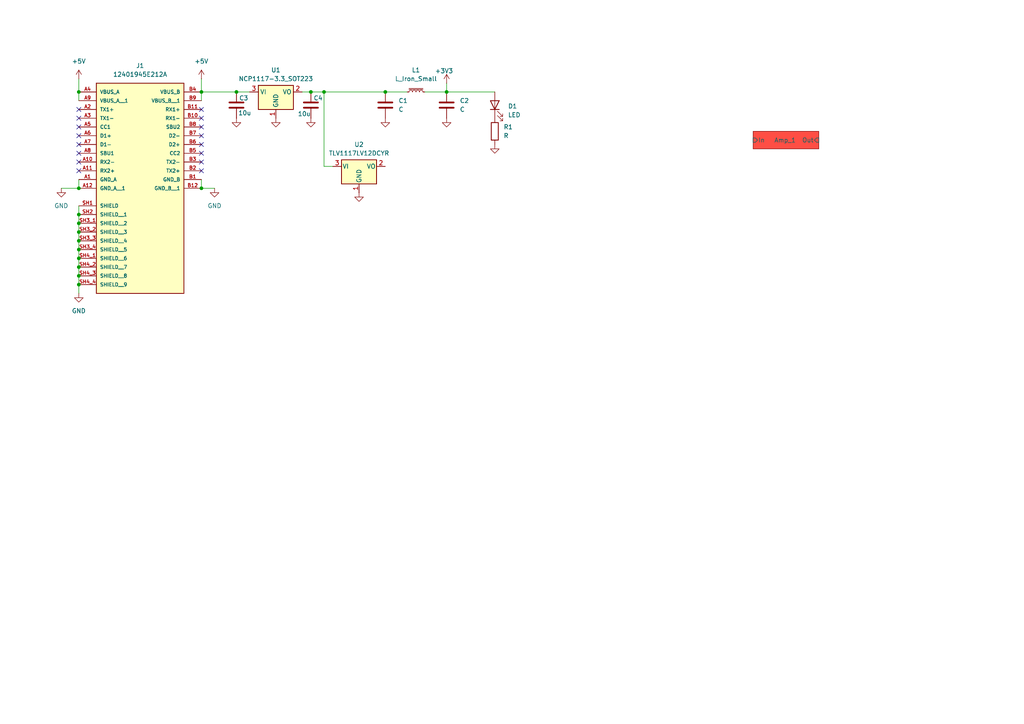
<source format=kicad_sch>
(kicad_sch (version 20250114) (generator "eeschema") (generator_version "9.0")
  (paper "A4")
  (title_block (title "Demo board BGA2803") (date "2025-03-27") (rev "0"))
  (lib_symbols
    (symbol "0_USB-C:12401945E212A" (pin_names (offset 1.016))
      (property "Reference" "J" (at -12.7 16.002 0))
      (property "Value" "12401945E212A" (at -12.7 -48.26 0))
      (symbol "12401945E212A_0_0"
        (rectangle (start -12.7 -45.72) (end 12.7 15.24) (stroke (width 0.254)) (fill (type background)))
        (pin power_in line (at -17.78 12.7 0) (length 5.08) (name "VBUS_A") (number "A4"))
        (pin power_in line (at -17.78 10.16 0) (length 5.08) (name "VBUS_A__1") (number "A9"))
        (pin bidirectional line (at -17.78 7.62 0) (length 5.08) (name "TX1+") (number "A2"))
        (pin bidirectional line (at -17.78 5.08 0) (length 5.08) (name "TX1-") (number "A3"))
        (pin bidirectional line (at -17.78 2.54 0) (length 5.08) (name "CC1") (number "A5"))
        (pin bidirectional line (at -17.78 0 0) (length 5.08) (name "D1+") (number "A6"))
        (pin bidirectional line (at -17.78 -2.54 0) (length 5.08) (name "D1-") (number "A7"))
        (pin bidirectional line (at -17.78 -5.08 0) (length 5.08) (name "SBU1") (number "A8"))
        (pin bidirectional line (at -17.78 -7.62 0) (length 5.08) (name "RX2-") (number "A10"))
        (pin bidirectional line (at -17.78 -10.16 0) (length 5.08) (name "RX2+") (number "A11"))
        (pin power_in line (at -17.78 -12.7 0) (length 5.08) (name "GND_A") (number "A1"))
        (pin power_in line (at -17.78 -15.24 0) (length 5.08) (name "GND_A__1") (number "A12"))
        (pin passive line (at -17.78 -20.32 0) (length 5.08) (name "SHIELD") (number "SH1"))
        (pin passive line (at -17.78 -22.86 0) (length 5.08) (name "SHIELD__1") (number "SH2"))
        (pin passive line (at -17.78 -25.4 0) (length 5.08) (name "SHIELD__2") (number "SH3_1"))
        (pin passive line (at -17.78 -27.94 0) (length 5.08) (name "SHIELD__3") (number "SH3_2"))
        (pin passive line (at -17.78 -30.48 0) (length 5.08) (name "SHIELD__4") (number "SH3_3"))
        (pin passive line (at -17.78 -33.02 0) (length 5.08) (name "SHIELD__5") (number "SH3_4"))
        (pin passive line (at -17.78 -35.56 0) (length 5.08) (name "SHIELD__6") (number "SH4_1"))
        (pin passive line (at -17.78 -38.1 0) (length 5.08) (name "SHIELD__7") (number "SH4_2"))
        (pin passive line (at -17.78 -40.64 0) (length 5.08) (name "SHIELD__8") (number "SH4_3"))
        (pin passive line (at -17.78 -43.18 0) (length 5.08) (name "SHIELD__9") (number "SH4_4"))
        (pin power_in line (at 17.78 12.7 180) (length 5.08) (name "VBUS_B") (number "B4"))
        (pin power_in line (at 17.78 10.16 180) (length 5.08) (name "VBUS_B__1") (number "B9"))
        (pin bidirectional line (at 17.78 7.62 180) (length 5.08) (name "RX1+") (number "B11"))
        (pin bidirectional line (at 17.78 5.08 180) (length 5.08) (name "RX1-") (number "B10"))
        (pin bidirectional line (at 17.78 2.54 180) (length 5.08) (name "SBU2") (number "B8"))
        (pin bidirectional line (at 17.78 0 180) (length 5.08) (name "D2-") (number "B7"))
        (pin bidirectional line (at 17.78 -2.54 180) (length 5.08) (name "D2+") (number "B6"))
        (pin bidirectional line (at 17.78 -5.08 180) (length 5.08) (name "CC2") (number "B5"))
        (pin bidirectional line (at 17.78 -7.62 180) (length 5.08) (name "TX2-") (number "B3"))
        (pin bidirectional line (at 17.78 -10.16 180) (length 5.08) (name "TX2+") (number "B2"))
        (pin power_in line (at 17.78 -12.7 180) (length 5.08) (name "GND_B") (number "B1"))
        (pin power_in line (at 17.78 -15.24 180) (length 5.08) (name "GND_B__1") (number "B12"))
      )
    )
    (symbol "Device:C" (pin_numbers (hide yes)) (pin_names (offset 0.254))
      (property "Reference" "C" (at 0.635 2.54 0))
      (property "Value" "C" (at 0.635 -2.54 0))
      (symbol "C_0_1"
        (polyline (pts (xy -2.032 0.762) (xy 2.032 0.762)) (stroke (width 0.508)))
        (polyline (pts (xy -2.032 -0.762) (xy 2.032 -0.762)) (stroke (width 0.508)))
      )
      (symbol "C_1_1"
        (pin passive line (at 0 3.81 270) (length 2.794) (name "~") (number "1"))
        (pin passive line (at 0 -3.81 90) (length 2.794) (name "~") (number "2"))
      )
    )
    (symbol "Device:LED" (pin_numbers (hide yes)) (pin_names (offset 1.016) (hide yes))
      (property "Reference" "D" (at 0 2.54 0))
      (property "Value" "LED" (at 0 -2.54 0))
      (symbol "LED_0_1"
        (polyline (pts (xy -3.048 -0.762) (xy -4.572 -2.286) (xy -3.81 -2.286) (xy -4.572 -2.286) (xy -4.572 -1.524)))
        (polyline (pts (xy -1.778 -0.762) (xy -3.302 -2.286) (xy -2.54 -2.286) (xy -3.302 -2.286) (xy -3.302 -1.524)))
        (polyline (pts (xy -1.27 0) (xy 1.27 0)))
        (polyline (pts (xy -1.27 -1.27) (xy -1.27 1.27)) (stroke (width 0.254)))
        (polyline (pts (xy 1.27 -1.27) (xy 1.27 1.27) (xy -1.27 0) (xy 1.27 -1.27)) (stroke (width 0.254)))
      )
      (symbol "LED_1_1"
        (pin passive line (at -3.81 0 0) (length 2.54) (name "K") (number "1"))
        (pin passive line (at 3.81 0 180) (length 2.54) (name "A") (number "2"))
      )
    )
    (symbol "Device:L_Iron_Small" (pin_numbers (hide yes)) (pin_names (offset 0.254) (hide yes))
      (property "Reference" "L" (at 1.27 1.016 0))
      (property "Value" "L_Iron_Small" (at 1.27 -1.27 0))
      (symbol "L_Iron_Small_0_1"
        (arc (start 0 2.032) (mid 0.5058 1.524) (end 0 1.016))
        (arc (start 0 1.016) (mid 0.5058 0.508) (end 0 0))
        (arc (start 0 0) (mid 0.5058 -0.508) (end 0 -1.016))
        (arc (start 0 -1.016) (mid 0.5058 -1.524) (end 0 -2.032))
        (polyline (pts (xy 0.762 2.032) (xy 0.762 -2.032)))
        (polyline (pts (xy 1.016 -2.032) (xy 1.016 2.032)))
      )
      (symbol "L_Iron_Small_1_1"
        (pin passive line (at 0 2.54 270) (length 0.508) (name "~") (number "1"))
        (pin passive line (at 0 -2.54 90) (length 0.508) (name "~") (number "2"))
      )
    )
    (symbol "Device:R" (pin_numbers (hide yes)) (pin_names (offset 0))
      (property "Reference" "R" (at 2.032 0 90))
      (property "Value" "R" (at 0 0 90))
      (symbol "R_0_1"
        (rectangle (start -1.016 -2.54) (end 1.016 2.54) (stroke (width 0.254)))
      )
      (symbol "R_1_1"
        (pin passive line (at 0 3.81 270) (length 1.27) (name "~") (number "1"))
        (pin passive line (at 0 -3.81 90) (length 1.27) (name "~") (number "2"))
      )
    )
    (symbol "Regulator_Linear:NCP1117-3.3_SOT223"
      (property "Reference" "U" (at -3.81 3.175 0))
      (property "Value" "NCP1117-3.3_SOT223" (at 0 3.175 0))
      (symbol "NCP1117-3.3_SOT223_0_1"
        (rectangle (start -5.08 -5.08) (end 5.08 1.905) (stroke (width 0.254)) (fill (type background)))
      )
      (symbol "NCP1117-3.3_SOT223_1_1"
        (pin power_in line (at -7.62 0 0) (length 2.54) (name "VI") (number "3"))
        (pin power_in line (at 0 -7.62 90) (length 2.54) (name "GND") (number "1"))
        (pin power_out line (at 7.62 0 180) (length 2.54) (name "VO") (number "2"))
      )
    )
    (symbol "Regulator_Linear:TLV1117-15" (pin_names (offset 0.254))
      (property "Reference" "U" (at -3.81 3.175 0))
      (property "Value" "TLV1117-15" (at 0 3.175 0))
      (symbol "TLV1117-15_0_1"
        (rectangle (start -5.08 -5.08) (end 5.08 1.905) (stroke (width 0.254)) (fill (type background)))
      )
      (symbol "TLV1117-15_1_1"
        (pin power_in line (at -7.62 0 0) (length 2.54) (name "VI") (number "3"))
        (pin power_in line (at 0 -7.62 90) (length 2.54) (name "GND") (number "1"))
        (pin power_out line (at 7.62 0 180) (length 2.54) (name "VO") (number "2"))
      )
    )
    (symbol "power:+3V3" (power) (pin_numbers (hide yes)) (pin_names (offset 0) (hide yes))
      (property "Value" "+3V3" (at 0 3.556 0))
      (symbol "+3V3_0_1"
        (polyline (pts (xy -0.762 1.27) (xy 0 2.54)))
        (polyline (pts (xy 0 2.54) (xy 0.762 1.27)))
        (polyline (pts (xy 0 0) (xy 0 2.54)))
      )
      (symbol "+3V3_1_1"
        (pin power_in line (at 0 0 90) (length 0) (name "~") (number "1"))
      )
    )
    (symbol "power:+5V" (power) (pin_numbers (hide yes)) (pin_names (offset 0) (hide yes))
      (property "Value" "+5V" (at 0 3.556 0))
      (symbol "+5V_0_1"
        (polyline (pts (xy -0.762 1.27) (xy 0 2.54)))
        (polyline (pts (xy 0 2.54) (xy 0.762 1.27)))
        (polyline (pts (xy 0 0) (xy 0 2.54)))
      )
      (symbol "+5V_1_1"
        (pin power_in line (at 0 0 90) (length 0) (name "~") (number "1"))
      )
    )
    (symbol "power:GND" (power) (pin_numbers (hide yes)) (pin_names (offset 0) (hide yes))
      (property "Value" "GND" (at 0 -3.81 0))
      (symbol "GND_0_1"
        (polyline (pts (xy 0 0) (xy 0 -1.27) (xy 1.27 -1.27) (xy 0 -2.54) (xy -1.27 -1.27) (xy 0 -1.27)))
      )
      (symbol "GND_1_1"
        (pin power_in line (at 0 0 270) (length 0) (name "~") (number "1"))
      )
    )
  )
  (junction (at 22.86 26.67))
  (junction (at 93.98 26.67))
  (junction (at 22.86 72.39))
  (junction (at 58.42 54.61))
  (junction (at 22.86 67.31))
  (junction (at 22.86 64.77))
  (junction (at 22.86 54.61))
  (junction (at 22.86 74.93))
  (junction (at 68.58 26.67))
  (junction (at 22.86 80.01))
  (junction (at 58.42 26.67))
  (junction (at 22.86 62.23))
  (junction (at 22.86 69.85))
  (junction (at 111.76 26.67))
  (junction (at 22.86 82.55))
  (junction (at 90.17 26.67))
  (junction (at 129.54 26.67))
  (junction (at 22.86 77.47))
  (no_connect (at 22.86 36.83))
  (no_connect (at 58.42 41.91))
  (no_connect (at 58.42 34.29))
  (no_connect (at 22.86 46.99))
  (no_connect (at 58.42 44.45))
  (no_connect (at 22.86 41.91))
  (no_connect (at 58.42 39.37))
  (no_connect (at 58.42 49.53))
  (no_connect (at 58.42 46.99))
  (no_connect (at 58.42 36.83))
  (no_connect (at 58.42 31.75))
  (no_connect (at 22.86 44.45))
  (no_connect (at 22.86 34.29))
  (no_connect (at 22.86 49.53))
  (no_connect (at 22.86 39.37))
  (no_connect (at 22.86 31.75))
  (wire (pts (xy 58.42 26.67) (xy 58.42 29.21)))
  (wire (pts (xy 68.58 26.67) (xy 72.39 26.67)))
  (wire (pts (xy 17.78 54.61) (xy 22.86 54.61)))
  (wire (pts (xy 93.98 48.26) (xy 93.98 26.67)))
  (wire (pts (xy 22.86 67.31) (xy 22.86 69.85)))
  (wire (pts (xy 22.86 52.07) (xy 22.86 54.61)))
  (wire (pts (xy 22.86 22.86) (xy 22.86 26.67)))
  (wire (pts (xy 22.86 62.23) (xy 22.86 64.77)))
  (wire (pts (xy 22.86 72.39) (xy 22.86 74.93)))
  (wire (pts (xy 22.86 82.55) (xy 22.86 85.09)))
  (wire (pts (xy 58.42 52.07) (xy 58.42 54.61)))
  (wire (pts (xy 90.17 26.67) (xy 93.98 26.67)))
  (wire (pts (xy 22.86 80.01) (xy 22.86 82.55)))
  (wire (pts (xy 111.76 26.67) (xy 118.11 26.67)))
  (wire (pts (xy 22.86 26.67) (xy 22.86 29.21)))
  (wire (pts (xy 129.54 26.67) (xy 129.54 24.13)))
  (wire (pts (xy 22.86 59.69) (xy 22.86 62.23)))
  (wire (pts (xy 58.42 54.61) (xy 62.23 54.61)))
  (wire (pts (xy 123.19 26.67) (xy 129.54 26.67)))
  (wire (pts (xy 22.86 64.77) (xy 22.86 67.31)))
  (wire (pts (xy 58.42 22.86) (xy 58.42 26.67)))
  (wire (pts (xy 22.86 77.47) (xy 22.86 80.01)))
  (wire (pts (xy 58.42 26.67) (xy 68.58 26.67)))
  (wire (pts (xy 96.52 48.26) (xy 93.98 48.26)))
  (wire (pts (xy 93.98 26.67) (xy 111.76 26.67)))
  (wire (pts (xy 87.63 26.67) (xy 90.17 26.67)))
  (wire (pts (xy 129.54 26.67) (xy 143.51 26.67)))
  (wire (pts (xy 22.86 69.85) (xy 22.86 72.39)))
  (wire (pts (xy 22.86 74.93) (xy 22.86 77.47)))
  (symbol (lib_id "power:GND") (at 111.76 34.29 0) (unit 1)
    (property "Reference" "#PWR06" (effects (hide yes)))
    (property "Value" "GND" (effects (hide yes)))
    (property "Description" "Power symbol creates a global label with name \"GND\" , ground" (effects (hide yes)))
  )
  (symbol (lib_id "power:GND") (at 129.54 34.29 0) (unit 1)
    (property "Reference" "#PWR07" (effects (hide yes)))
    (property "Value" "GND" (effects (hide yes)))
    (property "Description" "Power symbol creates a global label with name \"GND\" , ground" (effects (hide yes)))
  )
  (symbol (lib_id "Regulator_Linear:NCP1117-3.3_SOT223") (at 80.01 26.67 0) (unit 1)
    (property "Reference" "U1" (at 80.01 20.32 0))
    (property "Value" "NCP1117-3.3_SOT223" (at 80.01 22.86 0))
    (property "Footprint" "Package_TO_SOT_SMD:SOT-223-3_TabPin2" (effects (hide yes)))
    (property "Datasheet" "http://www.onsemi.com/pub_link/Collateral/NCP1117-D.PDF" (effects (hide yes)))
    (property "Description" "1A Low drop-out regulator, Fixed Output 3.3V, SOT-223" (effects (hide yes)))
  )
  (symbol (lib_id "power:+5V") (at 22.86 22.86 0) (unit 1)
    (property "Reference" "#PWR01" (effects (hide yes)))
    (property "Value" "+5V" (at 22.86 17.78 0))
    (property "Description" "Power symbol creates a global label with name \"+5V\"" (effects (hide yes)))
  )
  (symbol (lib_id "Regulator_Linear:TLV1117-15") (at 104.14 48.26 0) (unit 1)
    (property "Reference" "U2" (at 104.14 41.91 0))
    (property "Value" "TLV1117LV12DCYR" (at 104.14 44.45 0))
    (property "Datasheet" "http://www.ti.com/lit/ds/symlink/tlv1117.pdf" (effects (hide yes)))
    (property "Description" "800mA Low-Dropout Linear Regulator, 1.5V fixed output, TO-220/TO-252/TO-263/SOT-223" (effects (hide yes)))
  )
  (symbol (lib_id "power:GND") (at 104.14 55.88 0) (unit 1)
    (property "Reference" "#PWR012" (effects (hide yes)))
    (property "Value" "GND" (effects (hide yes)))
    (property "Description" "Power symbol creates a global label with name \"GND\" , ground" (effects (hide yes)))
  )
  (symbol (lib_id "power:GND") (at 80.01 34.29 0) (unit 1)
    (property "Reference" "#PWR08" (effects (hide yes)))
    (property "Value" "GND" (effects (hide yes)))
    (property "Description" "Power symbol creates a global label with name \"GND\" , ground" (effects (hide yes)))
  )
  (symbol (lib_id "power:GND") (at 62.23 54.61 0) (unit 1)
    (property "Reference" "#PWR05" (effects (hide yes)))
    (property "Value" "GND" (at 62.23 59.69 0))
    (property "Description" "Power symbol creates a global label with name \"GND\" , ground" (effects (hide yes)))
  )
  (symbol (lib_id "Device:C") (at 68.58 30.48 0) (unit 1)
    (property "Reference" "C3" (at 69.342 28.448 0) (effects (justify left)))
    (property "Value" "10u" (at 69.088 32.766 0) (effects (justify left)))
    (property "Description" "Unpolarized capacitor" (effects (hide yes)))
    (property "Mnf. nr." "TAJC106K035RNJ" (effects (hide yes)))
  )
  (symbol (lib_id "power:+3V3") (at 129.54 24.13 0) (unit 1)
    (property "Reference" "#PWR072" (effects (hide yes)))
    (property "Value" "+3V3" (at 128.778 20.574 0))
    (property "Description" "Power symbol creates a global label with name \"+3V3\"" (effects (hide yes)))
  )
  (symbol (lib_id "Device:R") (at 143.51 38.1 0) (unit 1)
    (property "Reference" "R1" (at 146.05 36.8299 0) (effects (justify left)))
    (property "Value" "R" (at 146.05 39.3699 0) (effects (justify left)))
    (property "Description" "Resistor" (effects (hide yes)))
  )
  (symbol (lib_id "0_USB-C:12401945E212A") (at 40.64 39.37 0) (unit 1)
    (property "Reference" "J1" (at 40.64 19.05 0))
    (property "Value" "12401945E212A" (at 40.64 21.59 0))
    (property "Footprint" "0_lib:AMPHENOL_12401945E212A" (effects (hide yes)))
    (property "PARTREV" "1" (effects (hide yes)))
    (property "STANDARD" "Manufacturer Recommended" (effects (hide yes)))
    (property "MAXIMUM_PACKAGE_HEIGHT" "3.51 mm" (effects (hide yes)))
    (property "MANUFACTURER" "Amphenol" (effects (hide yes)))
  )
  (symbol (lib_id "power:GND") (at 68.58 34.29 0) (unit 1)
    (property "Reference" "#PWR010" (effects (hide yes)))
    (property "Value" "GND" (effects (hide yes)))
    (property "Description" "Power symbol creates a global label with name \"GND\" , ground" (effects (hide yes)))
  )
  (symbol (lib_id "Device:L_Iron_Small") (at 120.65 26.67 90) (unit 1)
    (property "Reference" "L1" (at 120.65 20.32 90))
    (property "Value" "L_Iron_Small" (at 120.65 22.86 90))
    (property "Description" "Inductor with iron core, small symbol" (effects (hide yes)))
  )
  (symbol (lib_id "power:GND") (at 90.17 34.29 0) (unit 1)
    (property "Reference" "#PWR011" (effects (hide yes)))
    (property "Value" "GND" (effects (hide yes)))
    (property "Description" "Power symbol creates a global label with name \"GND\" , ground" (effects (hide yes)))
  )
  (symbol (lib_id "power:+5V") (at 58.42 22.86 0) (unit 1)
    (property "Reference" "#PWR02" (effects (hide yes)))
    (property "Value" "+5V" (at 58.42 17.78 0))
    (property "Description" "Power symbol creates a global label with name \"+5V\"" (effects (hide yes)))
  )
  (symbol (lib_id "Device:LED") (at 143.51 30.48 90) (unit 1)
    (property "Reference" "D1" (at 147.32 30.7974 90) (effects (justify right)))
    (property "Value" "LED" (at 147.32 33.3374 90) (effects (justify right)))
    (property "Description" "Light emitting diode" (effects (hide yes)))
    (property "Sim.Pins" "1=K 2=A" (effects (hide yes)))
  )
  (symbol (lib_id "power:GND") (at 17.78 54.61 0) (unit 1)
    (property "Reference" "#PWR04" (effects (hide yes)))
    (property "Value" "GND" (at 17.78 59.69 0))
    (property "Description" "Power symbol creates a global label with name \"GND\" , ground" (effects (hide yes)))
  )
  (symbol (lib_id "Device:C") (at 129.54 30.48 0) (unit 1)
    (property "Reference" "C2" (at 133.35 29.2099 0) (effects (justify left)))
    (property "Value" "C" (at 133.35 31.7499 0) (effects (justify left)))
    (property "Description" "Unpolarized capacitor" (effects (hide yes)))
  )
  (symbol (lib_id "Device:C") (at 90.17 30.48 0) (unit 1)
    (property "Reference" "C4" (at 90.932 28.448 0) (effects (justify left)))
    (property "Value" "10u" (at 86.36 33.02 0) (effects (justify left)))
    (property "Description" "Unpolarized capacitor" (effects (hide yes)))
    (property "Mnf. nr." "TAJC106K035RNJ" (effects (hide yes)))
  )
  (symbol (lib_id "power:GND") (at 22.86 85.09 0) (unit 1)
    (property "Reference" "#PWR03" (effects (hide yes)))
    (property "Value" "GND" (at 22.86 90.17 0))
    (property "Description" "Power symbol creates a global label with name \"GND\" , ground" (effects (hide yes)))
  )
  (symbol (lib_id "power:GND") (at 143.51 41.91 0) (unit 1)
    (property "Reference" "#PWR09" (effects (hide yes)))
    (property "Value" "GND" (effects (hide yes)))
    (property "Description" "Power symbol creates a global label with name \"GND\" , ground" (effects (hide yes)))
  )
  (symbol (lib_id "Device:C") (at 111.76 30.48 0) (unit 1)
    (property "Reference" "C1" (at 115.57 29.2099 0) (effects (justify left)))
    (property "Value" "C" (at 115.57 31.7499 0) (effects (justify left)))
    (property "Description" "Unpolarized capacitor" (effects (hide yes)))
  )
  (sheet (at 218.44 38.1) (size 19.05 5.08) (stroke (width 0.1524)) (fill (color 255 78 68 1.0000))
    (property "Sheetname" "Amp_1" (at 224.536 41.402 0) (effects (justify left bottom)))
    (property "Sheetfile" "BGA2803_amplifier.kicad_sch" (effects (hide yes)))
    (pin "In" input (at 218.44 40.64 180))
    (pin "Out" input (at 237.49 40.64 0))
  )
)
</source>
